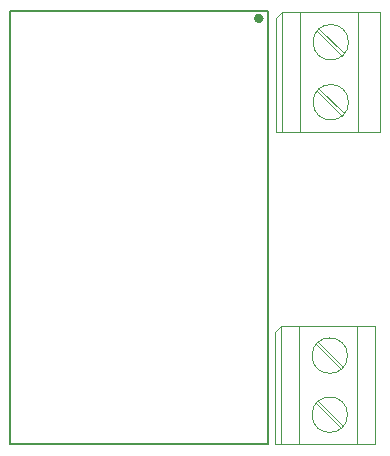
<source format=gbr>
G04 #@! TF.GenerationSoftware,KiCad,Pcbnew,5.1.7-a382d34a8~88~ubuntu18.04.1*
G04 #@! TF.CreationDate,2021-11-20T10:26:26+05:30*
G04 #@! TF.ProjectId,BackEnd_switch_Normal_v1,4261636b-456e-4645-9f73-77697463685f,rev?*
G04 #@! TF.SameCoordinates,Original*
G04 #@! TF.FileFunction,Other,Fab,Top*
%FSLAX46Y46*%
G04 Gerber Fmt 4.6, Leading zero omitted, Abs format (unit mm)*
G04 Created by KiCad (PCBNEW 5.1.7-a382d34a8~88~ubuntu18.04.1) date 2021-11-20 10:26:26*
%MOMM*%
%LPD*%
G01*
G04 APERTURE LIST*
%ADD10C,0.400000*%
%ADD11C,0.127000*%
%ADD12C,0.100000*%
G04 APERTURE END LIST*
D10*
X140695000Y-98905000D02*
G75*
G03*
X140695000Y-98905000I-200000J0D01*
G01*
D11*
X119429000Y-134973000D02*
X119429000Y-98309000D01*
X141241000Y-134973000D02*
X119429000Y-134973000D01*
X141257000Y-98309000D02*
X141241000Y-134973000D01*
X119429000Y-98309000D02*
X141257000Y-98309000D01*
D12*
X148083000Y-100922000D02*
G75*
G03*
X148083000Y-100922000I-1500000J0D01*
G01*
X148083000Y-106002000D02*
G75*
G03*
X148083000Y-106002000I-1500000J0D01*
G01*
X150767000Y-98382000D02*
X150767000Y-108542000D01*
X150767000Y-108542000D02*
X141983000Y-108542000D01*
X141983000Y-108542000D02*
X141983000Y-98882000D01*
X141983000Y-98882000D02*
X142483000Y-98382000D01*
X142483000Y-98382000D02*
X150767000Y-98382000D01*
X142483000Y-98382000D02*
X142483000Y-108542000D01*
X143983000Y-98382000D02*
X143983000Y-108542000D01*
X148883000Y-98382000D02*
X148883000Y-108542000D01*
X147538000Y-102060000D02*
X145445000Y-99967000D01*
X147721000Y-101877000D02*
X145628000Y-99784000D01*
X147538000Y-107140000D02*
X145445000Y-105048000D01*
X147721000Y-106957000D02*
X145628000Y-104865000D01*
X147635000Y-133415000D02*
X145542000Y-131323000D01*
X147452000Y-133598000D02*
X145359000Y-131506000D01*
X147635000Y-128415000D02*
X145542000Y-126322000D01*
X147452000Y-128598000D02*
X145359000Y-126505000D01*
X148797000Y-124960000D02*
X148797000Y-134960000D01*
X143897000Y-124960000D02*
X143897000Y-134960000D01*
X142397000Y-124960000D02*
X142397000Y-134960000D01*
X142397000Y-124960000D02*
X150307000Y-124960000D01*
X141897000Y-125460000D02*
X142397000Y-124960000D01*
X141897000Y-134960000D02*
X141897000Y-125460000D01*
X150307000Y-134960000D02*
X141897000Y-134960000D01*
X150307000Y-124960000D02*
X150307000Y-134960000D01*
X147997000Y-132460000D02*
G75*
G03*
X147997000Y-132460000I-1500000J0D01*
G01*
X147997000Y-127460000D02*
G75*
G03*
X147997000Y-127460000I-1500000J0D01*
G01*
M02*

</source>
